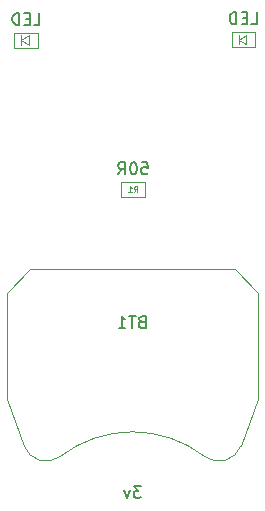
<source format=gbr>
G04 #@! TF.FileFunction,Other,Fab,Bot*
%FSLAX46Y46*%
G04 Gerber Fmt 4.6, Leading zero omitted, Abs format (unit mm)*
G04 Created by KiCad (PCBNEW 4.0.7) date 05/01/20 20:11:21*
%MOMM*%
%LPD*%
G01*
G04 APERTURE LIST*
%ADD10C,0.100000*%
%ADD11C,0.150000*%
%ADD12C,0.075000*%
G04 APERTURE END LIST*
D10*
X100040000Y-102030000D02*
X101480000Y-98100000D01*
X101480000Y-98100000D02*
X101480000Y-89100000D01*
X101480000Y-89100000D02*
X99490000Y-87110000D01*
X99490000Y-87110000D02*
X82210000Y-87110000D01*
X82210000Y-87110000D02*
X80220000Y-89100000D01*
X80220000Y-89100000D02*
X80220000Y-98100000D01*
X80220000Y-98100000D02*
X81660000Y-102030000D01*
X81669274Y-102028882D02*
G75*
G03X84750000Y-102930000I1870726J678882D01*
G01*
X96944852Y-102926043D02*
G75*
G03X84750000Y-102930000I-6094852J-7933957D01*
G01*
X96946145Y-102938508D02*
G75*
G03X100040000Y-102030000I1213855J1588508D01*
G01*
X81450000Y-68100000D02*
X81450000Y-67300000D01*
X81450000Y-67700000D02*
X82050000Y-68100000D01*
X82050000Y-67300000D02*
X81450000Y-67700000D01*
X82050000Y-68100000D02*
X82050000Y-67300000D01*
X80850000Y-67080000D02*
X80850000Y-68320000D01*
X82850000Y-67080000D02*
X80850000Y-67080000D01*
X82850000Y-68320000D02*
X82850000Y-67080000D01*
X80850000Y-68320000D02*
X82850000Y-68320000D01*
X99850000Y-68050000D02*
X99850000Y-67250000D01*
X99850000Y-67650000D02*
X100450000Y-68050000D01*
X100450000Y-67250000D02*
X99850000Y-67650000D01*
X100450000Y-68050000D02*
X100450000Y-67250000D01*
X99250000Y-67030000D02*
X99250000Y-68270000D01*
X101250000Y-67030000D02*
X99250000Y-67030000D01*
X101250000Y-68270000D02*
X101250000Y-67030000D01*
X99250000Y-68270000D02*
X101250000Y-68270000D01*
X89900000Y-79730000D02*
X89900000Y-80970000D01*
X91900000Y-79730000D02*
X89900000Y-79730000D01*
X91900000Y-80970000D02*
X91900000Y-79730000D01*
X89900000Y-80970000D02*
X91900000Y-80970000D01*
D11*
X91564286Y-105452381D02*
X90945238Y-105452381D01*
X91278572Y-105833333D01*
X91135714Y-105833333D01*
X91040476Y-105880952D01*
X90992857Y-105928571D01*
X90945238Y-106023810D01*
X90945238Y-106261905D01*
X90992857Y-106357143D01*
X91040476Y-106404762D01*
X91135714Y-106452381D01*
X91421429Y-106452381D01*
X91516667Y-106404762D01*
X91564286Y-106357143D01*
X90611905Y-105785714D02*
X90373810Y-106452381D01*
X90135714Y-105785714D01*
X91635714Y-91528571D02*
X91492857Y-91576190D01*
X91445238Y-91623810D01*
X91397619Y-91719048D01*
X91397619Y-91861905D01*
X91445238Y-91957143D01*
X91492857Y-92004762D01*
X91588095Y-92052381D01*
X91969048Y-92052381D01*
X91969048Y-91052381D01*
X91635714Y-91052381D01*
X91540476Y-91100000D01*
X91492857Y-91147619D01*
X91445238Y-91242857D01*
X91445238Y-91338095D01*
X91492857Y-91433333D01*
X91540476Y-91480952D01*
X91635714Y-91528571D01*
X91969048Y-91528571D01*
X91111905Y-91052381D02*
X90540476Y-91052381D01*
X90826191Y-92052381D02*
X90826191Y-91052381D01*
X89683333Y-92052381D02*
X90254762Y-92052381D01*
X89969048Y-92052381D02*
X89969048Y-91052381D01*
X90064286Y-91195238D01*
X90159524Y-91290476D01*
X90254762Y-91338095D01*
X82492857Y-66402381D02*
X82969048Y-66402381D01*
X82969048Y-65402381D01*
X82159524Y-65878571D02*
X81826190Y-65878571D01*
X81683333Y-66402381D02*
X82159524Y-66402381D01*
X82159524Y-65402381D01*
X81683333Y-65402381D01*
X81254762Y-66402381D02*
X81254762Y-65402381D01*
X81016667Y-65402381D01*
X80873809Y-65450000D01*
X80778571Y-65545238D01*
X80730952Y-65640476D01*
X80683333Y-65830952D01*
X80683333Y-65973810D01*
X80730952Y-66164286D01*
X80778571Y-66259524D01*
X80873809Y-66354762D01*
X81016667Y-66402381D01*
X81254762Y-66402381D01*
X100892857Y-66352381D02*
X101369048Y-66352381D01*
X101369048Y-65352381D01*
X100559524Y-65828571D02*
X100226190Y-65828571D01*
X100083333Y-66352381D02*
X100559524Y-66352381D01*
X100559524Y-65352381D01*
X100083333Y-65352381D01*
X99654762Y-66352381D02*
X99654762Y-65352381D01*
X99416667Y-65352381D01*
X99273809Y-65400000D01*
X99178571Y-65495238D01*
X99130952Y-65590476D01*
X99083333Y-65780952D01*
X99083333Y-65923810D01*
X99130952Y-66114286D01*
X99178571Y-66209524D01*
X99273809Y-66304762D01*
X99416667Y-66352381D01*
X99654762Y-66352381D01*
X91638095Y-78052381D02*
X92114286Y-78052381D01*
X92161905Y-78528571D01*
X92114286Y-78480952D01*
X92019048Y-78433333D01*
X91780952Y-78433333D01*
X91685714Y-78480952D01*
X91638095Y-78528571D01*
X91590476Y-78623810D01*
X91590476Y-78861905D01*
X91638095Y-78957143D01*
X91685714Y-79004762D01*
X91780952Y-79052381D01*
X92019048Y-79052381D01*
X92114286Y-79004762D01*
X92161905Y-78957143D01*
X90971429Y-78052381D02*
X90876190Y-78052381D01*
X90780952Y-78100000D01*
X90733333Y-78147619D01*
X90685714Y-78242857D01*
X90638095Y-78433333D01*
X90638095Y-78671429D01*
X90685714Y-78861905D01*
X90733333Y-78957143D01*
X90780952Y-79004762D01*
X90876190Y-79052381D01*
X90971429Y-79052381D01*
X91066667Y-79004762D01*
X91114286Y-78957143D01*
X91161905Y-78861905D01*
X91209524Y-78671429D01*
X91209524Y-78433333D01*
X91161905Y-78242857D01*
X91114286Y-78147619D01*
X91066667Y-78100000D01*
X90971429Y-78052381D01*
X89638095Y-79052381D02*
X89971429Y-78576190D01*
X90209524Y-79052381D02*
X90209524Y-78052381D01*
X89828571Y-78052381D01*
X89733333Y-78100000D01*
X89685714Y-78147619D01*
X89638095Y-78242857D01*
X89638095Y-78385714D01*
X89685714Y-78480952D01*
X89733333Y-78528571D01*
X89828571Y-78576190D01*
X90209524Y-78576190D01*
D12*
X90983333Y-80576190D02*
X91150000Y-80338095D01*
X91269047Y-80576190D02*
X91269047Y-80076190D01*
X91078571Y-80076190D01*
X91030952Y-80100000D01*
X91007143Y-80123810D01*
X90983333Y-80171429D01*
X90983333Y-80242857D01*
X91007143Y-80290476D01*
X91030952Y-80314286D01*
X91078571Y-80338095D01*
X91269047Y-80338095D01*
X90507143Y-80576190D02*
X90792857Y-80576190D01*
X90650000Y-80576190D02*
X90650000Y-80076190D01*
X90697619Y-80147619D01*
X90745238Y-80195238D01*
X90792857Y-80219048D01*
M02*

</source>
